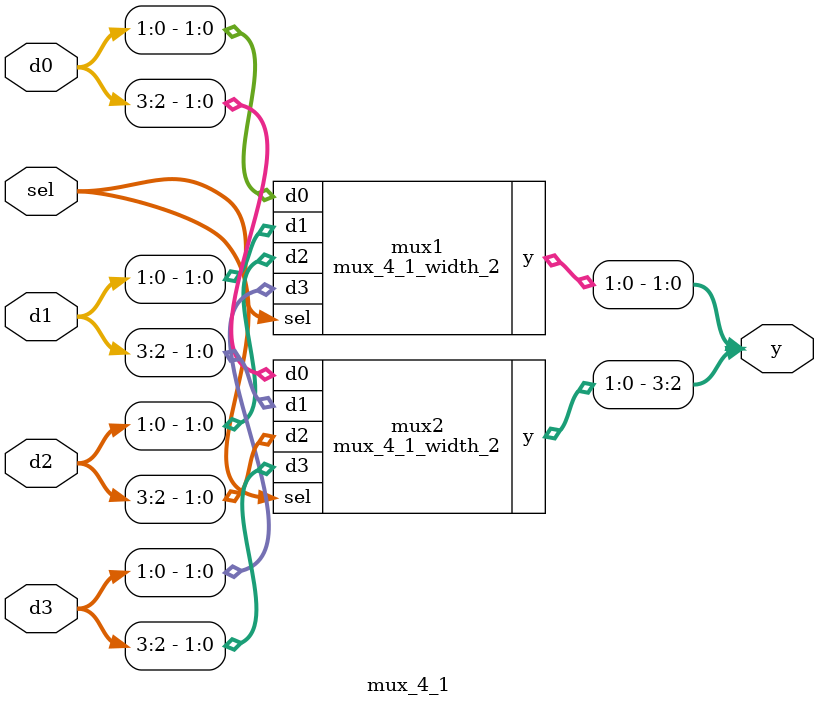
<source format=sv>

module mux_4_1_width_2
(
  input  [1:0] d0, d1, d2, d3,
  input  [1:0] sel,
  output [1:0] y
);

  assign y = sel [1] ? (sel [0] ? d3 : d2)
                     : (sel [0] ? d1 : d0);

endmodule

//----------------------------------------------------------------------------
// Task
//----------------------------------------------------------------------------

module mux_4_1
(
  input  [3:0] d0, d1, d2, d3,
  input  [1:0] sel,
  output [3:0] y
);

  // Task:
  // Implement mux_4_1 with 4-bit data
  // using two instances of mux_4_1_width_2 with 2-bit data

  mux_4_1_width_2 mux1(d0[1:0], d1[1:0], d2[1:0], d3[1:0], sel, y[1:0]);
  mux_4_1_width_2 mux2(d0[3:2], d1[3:2], d2[3:2], d3[3:2], sel, y[3:2]);

endmodule

</source>
